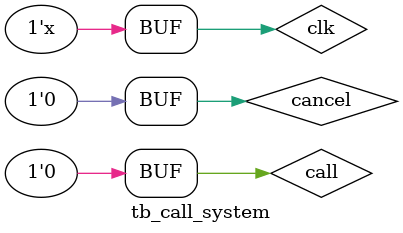
<source format=v>
`timescale 1ns / 1ps


module tb_call_system;

reg clk = 0;
reg call = 0;
reg cancel = 0;
wire light_state;

call_system uut (
    .clk(clk),
    .call(call),
    .cancel(cancel),
    .light_state(light_state)
    );
    
always #5 clk = ~clk;

initial begin
    #20 call = 0; cancel = 0;
    #20 call = 1; cancel = 0;
    #20 call = 0; cancel = 1;
    #20 call = 1; cancel = 1;
    #20 call = 0; cancel = 0;
    #20 call = 1; cancel = 0;
    #20 cancel = 1;
    #20 cancel = 0;
    #20 call = 0; cancel = 1;
    #20 call = 0; cancel = 0;
end

endmodule

</source>
